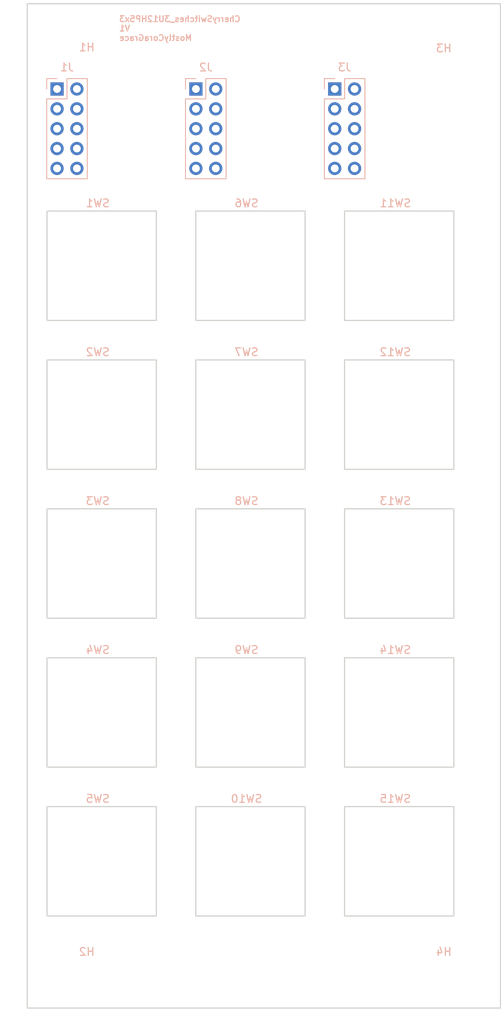
<source format=kicad_pcb>
(kicad_pcb (version 20240108) (generator "pcbnew") (generator_version "8.0")
  (layers (0 "F.Cu" signal) (31 "B.Cu" signal) (34 "B.Paste" user) (35 "F.Paste" user) (36 "B.SilkS" user "B.Silkscreen") (37 "F.SilkS" user "F.Silkscreen") (38 "B.Mask" user) (39 "F.Mask" user) (44 "Edge.Cuts" user))
  (net 0 "")
  (footprint "MountingHole:MountingHole_3.2mm_M3" (layer "B.Cu") (at 7.61962 5.425 180)
    (property "Reference" "H1" (at -0.00038 -2.576 0) (layer "B.SilkS") (effects (justify mirror)))
    (property "Value" "MountingHole")
    (pad "" np_thru_hole oval (at 0 0 180) (size 4.8 3.2) (drill oval 4.8 3.2) (layers "F&B.Cu" "*.Mask"))
  )
  (footprint "MountingHole:MountingHole_3.2mm_M3" (layer "B.Cu") (at 53.3396 5.425 180)
    (property "Reference" "H3" (at -0.0004 -2.703 0) (layer "B.SilkS") (effects (justify mirror)))
    (property "Value" "MountingHole")
    (pad "" np_thru_hole oval (at 0 0 180) (size 4.8 3.2) (drill oval 4.8 3.2) (layers "F&B.Cu" "*.Mask"))
  )
  (footprint "EXC:SW_Cherry_MX_1.00u_Mount" (layer "B.Cu") (at 9.52497 35.95 180)
    (property "Reference" "SW1" (at 0.5 8 0) (layer "B.SilkS") (effects (justify mirror)))
    (property "Value" "SW_SPST")
    (fp_rect (start -7 7) (end 7 -7) (stroke (width 0.15)) (fill none) (layer "Edge.Cuts"))
  )
  (footprint "EXC:SW_Cherry_MX_1.00u_Mount" (layer "B.Cu") (at 47.625 93.1 180)
    (property "Reference" "SW14" (at 0.5 8 0) (layer "B.SilkS") (effects (justify mirror)))
    (property "Value" "SW_SPST")
    (fp_rect (start -7 7) (end 7 -7) (stroke (width 0.15)) (fill none) (layer "Edge.Cuts"))
  )
  (footprint "Connector_PinSocket_2.54mm:PinSocket_2x05_P2.54mm_Vertical" (layer "B.Cu") (at 3.81 13.335 180)
    (property "Reference" "J1" (at -1.27 2.77 0) (layer "B.SilkS") (effects (justify mirror)))
    (property "Value" "Conn_02x05_Odd_Even")
    (fp_line (start 1.33 1.33) (end 0 1.33) (stroke (width 0.12)) (layer "B.SilkS"))
    (fp_line (start 1.33 0) (end 1.33 1.33) (stroke (width 0.12)) (layer "B.SilkS"))
    (fp_line (start 1.33 -1.27) (end -1.27 -1.27) (stroke (width 0.12)) (layer "B.SilkS"))
    (fp_line (start 1.33 -11.49) (end 1.33 -1.27) (stroke (width 0.12)) (layer "B.SilkS"))
    (fp_line (start 1.33 -11.49) (end -3.87 -11.49) (stroke (width 0.12)) (layer "B.SilkS"))
    (fp_line (start -1.27 1.33) (end -3.87 1.33) (stroke (width 0.12)) (layer "B.SilkS"))
    (fp_line (start -1.27 -1.27) (end -1.27 1.33) (stroke (width 0.12)) (layer "B.SilkS"))
    (fp_line (start -3.87 -11.49) (end -3.87 1.33) (stroke (width 0.12)) (layer "B.SilkS"))
    (pad "1" thru_hole rect (at 0 0 180) (size 1.7 1.7) (drill 1) (layers "*.Cu" "*.Mask"))
    (pad "2" thru_hole oval (at -2.54 0 180) (size 1.7 1.7) (drill 1) (layers "*.Cu" "*.Mask"))
    (pad "3" thru_hole oval (at 0 -2.54 180) (size 1.7 1.7) (drill 1) (layers "*.Cu" "*.Mask"))
    (pad "4" thru_hole oval (at -2.54 -2.54 180) (size 1.7 1.7) (drill 1) (layers "*.Cu" "*.Mask"))
    (pad "5" thru_hole oval (at 0 -5.08 180) (size 1.7 1.7) (drill 1) (layers "*.Cu" "*.Mask"))
    (pad "6" thru_hole oval (at -2.54 -5.08 180) (size 1.7 1.7) (drill 1) (layers "*.Cu" "*.Mask"))
    (pad "7" thru_hole oval (at 0 -7.62 180) (size 1.7 1.7) (drill 1) (layers "*.Cu" "*.Mask"))
    (pad "8" thru_hole oval (at -2.54 -7.62 180) (size 1.7 1.7) (drill 1) (layers "*.Cu" "*.Mask"))
    (pad "9" thru_hole oval (at 0 -10.16 180) (size 1.7 1.7) (drill 1) (layers "*.Cu" "*.Mask"))
    (pad "10" thru_hole oval (at -2.54 -10.16 180) (size 1.7 1.7) (drill 1) (layers "*.Cu" "*.Mask"))
  )
  (footprint "EXC:SW_Cherry_MX_1.00u_Mount" (layer "B.Cu") (at 28.575 35.95 180)
    (property "Reference" "SW6" (at 0.5 8 0) (layer "B.SilkS") (effects (justify mirror)))
    (property "Value" "SW_SPST")
    (fp_rect (start -7 7) (end 7 -7) (stroke (width 0.15)) (fill none) (layer "Edge.Cuts"))
  )
  (footprint "EXC:SW_Cherry_MX_1.00u_Mount" (layer "B.Cu") (at 9.52497 55 180)
    (property "Reference" "SW2" (at 0.5 8 0) (layer "B.SilkS") (effects (justify mirror)))
    (property "Value" "SW_SPST")
    (fp_rect (start -7 7) (end 7 -7) (stroke (width 0.15)) (fill none) (layer "Edge.Cuts"))
  )
  (footprint "Connector_PinSocket_2.54mm:PinSocket_2x05_P2.54mm_Vertical" (layer "B.Cu") (at 21.59 13.335 180)
    (property "Reference" "J2" (at -1.27 2.77 0) (layer "B.SilkS") (effects (justify mirror)))
    (property "Value" "Conn_02x05_Odd_Even")
    (fp_line (start 1.33 1.33) (end 0 1.33) (stroke (width 0.12)) (layer "B.SilkS"))
    (fp_line (start 1.33 0) (end 1.33 1.33) (stroke (width 0.12)) (layer "B.SilkS"))
    (fp_line (start 1.33 -1.27) (end -1.27 -1.27) (stroke (width 0.12)) (layer "B.SilkS"))
    (fp_line (start 1.33 -11.49) (end 1.33 -1.27) (stroke (width 0.12)) (layer "B.SilkS"))
    (fp_line (start 1.33 -11.49) (end -3.87 -11.49) (stroke (width 0.12)) (layer "B.SilkS"))
    (fp_line (start -1.27 1.33) (end -3.87 1.33) (stroke (width 0.12)) (layer "B.SilkS"))
    (fp_line (start -1.27 -1.27) (end -1.27 1.33) (stroke (width 0.12)) (layer "B.SilkS"))
    (fp_line (start -3.87 -11.49) (end -3.87 1.33) (stroke (width 0.12)) (layer "B.SilkS"))
    (pad "1" thru_hole rect (at 0 0 180) (size 1.7 1.7) (drill 1) (layers "*.Cu" "*.Mask"))
    (pad "2" thru_hole oval (at -2.54 0 180) (size 1.7 1.7) (drill 1) (layers "*.Cu" "*.Mask"))
    (pad "3" thru_hole oval (at 0 -2.54 180) (size 1.7 1.7) (drill 1) (layers "*.Cu" "*.Mask"))
    (pad "4" thru_hole oval (at -2.54 -2.54 180) (size 1.7 1.7) (drill 1) (layers "*.Cu" "*.Mask"))
    (pad "5" thru_hole oval (at 0 -5.08 180) (size 1.7 1.7) (drill 1) (layers "*.Cu" "*.Mask"))
    (pad "6" thru_hole oval (at -2.54 -5.08 180) (size 1.7 1.7) (drill 1) (layers "*.Cu" "*.Mask"))
    (pad "7" thru_hole oval (at 0 -7.62 180) (size 1.7 1.7) (drill 1) (layers "*.Cu" "*.Mask"))
    (pad "8" thru_hole oval (at -2.54 -7.62 180) (size 1.7 1.7) (drill 1) (layers "*.Cu" "*.Mask"))
    (pad "9" thru_hole oval (at 0 -10.16 180) (size 1.7 1.7) (drill 1) (layers "*.Cu" "*.Mask"))
    (pad "10" thru_hole oval (at -2.54 -10.16 180) (size 1.7 1.7) (drill 1) (layers "*.Cu" "*.Mask"))
  )
  (footprint "EXC:SW_Cherry_MX_1.00u_Mount" (layer "B.Cu") (at 9.52497 93.1 180)
    (property "Reference" "SW4" (at 0.5 8 0) (layer "B.SilkS") (effects (justify mirror)))
    (property "Value" "SW_SPST")
    (fp_rect (start -7 7) (end 7 -7) (stroke (width 0.15)) (fill none) (layer "Edge.Cuts"))
  )
  (footprint "EXC:SW_Cherry_MX_1.00u_Mount" (layer "B.Cu") (at 9.52497 74.05 180)
    (property "Reference" "SW3" (at 0.5 8 0) (layer "B.SilkS") (effects (justify mirror)))
    (property "Value" "SW_SPST")
    (fp_rect (start -7 7) (end 7 -7) (stroke (width 0.15)) (fill none) (layer "Edge.Cuts"))
  )
  (footprint "EXC:SW_Cherry_MX_1.00u_Mount" (layer "B.Cu") (at 28.575 112.15 180)
    (property "Reference" "SW10" (at 0.5 8 0) (layer "B.SilkS") (effects (justify mirror)))
    (property "Value" "SW_SPST")
    (fp_rect (start -7 7) (end 7 -7) (stroke (width 0.15)) (fill none) (layer "Edge.Cuts"))
  )
  (footprint "EXC:SW_Cherry_MX_1.00u_Mount" (layer "B.Cu") (at 47.625 55 180)
    (property "Reference" "SW12" (at 0.5 8 0) (layer "B.SilkS") (effects (justify mirror)))
    (property "Value" "SW_SPST")
    (fp_rect (start -7 7) (end 7 -7) (stroke (width 0.15)) (fill none) (layer "Edge.Cuts"))
  )
  (footprint "EXC:SW_Cherry_MX_1.00u_Mount" (layer "B.Cu") (at 47.625 112.15 180)
    (property "Reference" "SW15" (at 0.5 8 0) (layer "B.SilkS") (effects (justify mirror)))
    (property "Value" "SW_SPST")
    (fp_rect (start -7 7) (end 7 -7) (stroke (width 0.15)) (fill none) (layer "Edge.Cuts"))
  )
  (footprint "EXC:SW_Cherry_MX_1.00u_Mount" (layer "B.Cu") (at 28.575 74.05 180)
    (property "Reference" "SW8" (at 0.5 8 0) (layer "B.SilkS") (effects (justify mirror)))
    (property "Value" "SW_SPST")
    (fp_rect (start -7 7) (end 7 -7) (stroke (width 0.15)) (fill none) (layer "Edge.Cuts"))
  )
  (footprint "EXC:SW_Cherry_MX_1.00u_Mount" (layer "B.Cu") (at 28.575 93.1 180)
    (property "Reference" "SW9" (at 0.5 8 0) (layer "B.SilkS") (effects (justify mirror)))
    (property "Value" "SW_SPST")
    (fp_rect (start -7 7) (end 7 -7) (stroke (width 0.15)) (fill none) (layer "Edge.Cuts"))
  )
  (footprint "EXC:SW_Cherry_MX_1.00u_Mount" (layer "B.Cu") (at 28.575 55 180)
    (property "Reference" "SW7" (at 0.5 8 0) (layer "B.SilkS") (effects (justify mirror)))
    (property "Value" "SW_SPST")
    (fp_rect (start -7 7) (end 7 -7) (stroke (width 0.15)) (fill none) (layer "Edge.Cuts"))
  )
  (footprint "MountingHole:MountingHole_3.2mm_M3" (layer "B.Cu") (at 53.3396 127.925 180)
    (property "Reference" "H4" (at 0 4.2 0) (layer "B.SilkS") (effects (justify mirror)))
    (property "Value" "MountingHole")
    (pad "" np_thru_hole oval (at 0 0 180) (size 4.8 3.2) (drill oval 4.8 3.2) (layers "F&B.Cu" "*.Mask"))
  )
  (footprint "Connector_PinSocket_2.54mm:PinSocket_2x05_P2.54mm_Vertical" (layer "B.Cu") (at 39.37 13.335 180)
    (property "Reference" "J3" (at -1.27 2.77 0) (layer "B.SilkS") (effects (justify mirror)))
    (property "Value" "Conn_02x05_Odd_Even")
    (fp_line (start 1.33 1.33) (end 0 1.33) (stroke (width 0.12)) (layer "B.SilkS"))
    (fp_line (start 1.33 0) (end 1.33 1.33) (stroke (width 0.12)) (layer "B.SilkS"))
    (fp_line (start 1.33 -1.27) (end -1.27 -1.27) (stroke (width 0.12)) (layer "B.SilkS"))
    (fp_line (start 1.33 -11.49) (end 1.33 -1.27) (stroke (width 0.12)) (layer "B.SilkS"))
    (fp_line (start 1.33 -11.49) (end -3.87 -11.49) (stroke (width 0.12)) (layer "B.SilkS"))
    (fp_line (start -1.27 1.33) (end -3.87 1.33) (stroke (width 0.12)) (layer "B.SilkS"))
    (fp_line (start -1.27 -1.27) (end -1.27 1.33) (stroke (width 0.12)) (layer "B.SilkS"))
    (fp_line (start -3.87 -11.49) (end -3.87 1.33) (stroke (width 0.12)) (layer "B.SilkS"))
    (pad "1" thru_hole rect (at 0 0 180) (size 1.7 1.7) (drill 1) (layers "*.Cu" "*.Mask"))
    (pad "2" thru_hole oval (at -2.54 0 180) (size 1.7 1.7) (drill 1) (layers "*.Cu" "*.Mask"))
    (pad "3" thru_hole oval (at 0 -2.54 180) (size 1.7 1.7) (drill 1) (layers "*.Cu" "*.Mask"))
    (pad "4" thru_hole oval (at -2.54 -2.54 180) (size 1.7 1.7) (drill 1) (layers "*.Cu" "*.Mask"))
    (pad "5" thru_hole oval (at 0 -5.08 180) (size 1.7 1.7) (drill 1) (layers "*.Cu" "*.Mask"))
    (pad "6" thru_hole oval (at -2.54 -5.08 180) (size 1.7 1.7) (drill 1) (layers "*.Cu" "*.Mask"))
    (pad "7" thru_hole oval (at 0 -7.62 180) (size 1.7 1.7) (drill 1) (layers "*.Cu" "*.Mask"))
    (pad "8" thru_hole oval (at -2.54 -7.62 180) (size 1.7 1.7) (drill 1) (layers "*.Cu" "*.Mask"))
    (pad "9" thru_hole oval (at 0 -10.16 180) (size 1.7 1.7) (drill 1) (layers "*.Cu" "*.Mask"))
    (pad "10" thru_hole oval (at -2.54 -10.16 180) (size 1.7 1.7) (drill 1) (layers "*.Cu" "*.Mask"))
  )
  (footprint "EXC:SW_Cherry_MX_1.00u_Mount" (layer "B.Cu") (at 47.625 74.05 180)
    (property "Reference" "SW13" (at 0.5 8 0) (layer "B.SilkS") (effects (justify mirror)))
    (property "Value" "SW_SPST")
    (fp_rect (start -7 7) (end 7 -7) (stroke (width 0.15)) (fill none) (layer "Edge.Cuts"))
  )
  (footprint "MountingHole:MountingHole_3.2mm_M3" (layer "B.Cu") (at 7.61962 127.925 180)
    (property "Reference" "H2" (at 0 4.2 0) (layer "B.SilkS") (effects (justify mirror)))
    (property "Value" "MountingHole")
    (pad "" np_thru_hole oval (at 0 0 180) (size 4.8 3.2) (drill oval 4.8 3.2) (layers "F&B.Cu" "*.Mask"))
  )
  (footprint "EXC:SW_Cherry_MX_1.00u_Mount" (layer "B.Cu") (at 47.625 35.95 180)
    (property "Reference" "SW11" (at 0.5 8 0) (layer "B.SilkS") (effects (justify mirror)))
    (property "Value" "SW_SPST")
    (fp_rect (start -7 7) (end 7 -7) (stroke (width 0.15)) (fill none) (layer "Edge.Cuts"))
  )
  (footprint "EXC:SW_Cherry_MX_1.00u_Mount" (layer "B.Cu") (at 9.52497 112.15 180)
    (property "Reference" "SW5" (at 0.5 8 0) (layer "B.SilkS") (effects (justify mirror)))
    (property "Value" "SW_SPST")
    (fp_rect (start -7 7) (end 7 -7) (stroke (width 0.15)) (fill none) (layer "Edge.Cuts"))
  )
  (gr_rect (start 0 2.425) (end 60.6 130.925) (stroke (width 0.15)) (fill none) (layer "Edge.Cuts"))
  (gr_text "CherrySwitches_3U12HP5x3\nV1\nMostlyCoraGrace" (at 11.684 3.937 0) (layer "B.SilkS") (effects (font (size 0.75 0.75) (thickness 0.15) (bold yes)) (justify right top mirror)))
)
</source>
